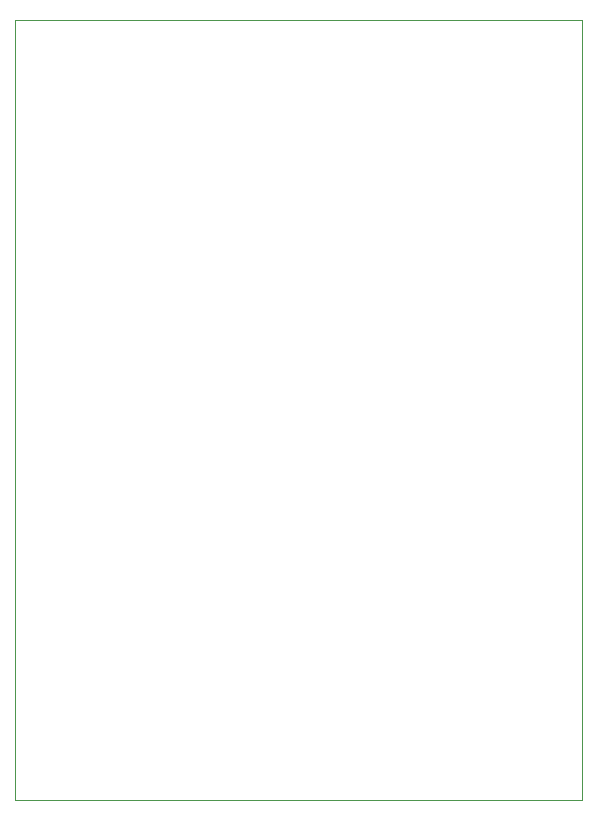
<source format=gbr>
%TF.GenerationSoftware,KiCad,Pcbnew,(6.0.11)*%
%TF.CreationDate,2024-12-29T21:24:03+02:00*%
%TF.ProjectId,LEDdice,4c454464-6963-4652-9e6b-696361645f70,rev?*%
%TF.SameCoordinates,Original*%
%TF.FileFunction,Profile,NP*%
%FSLAX46Y46*%
G04 Gerber Fmt 4.6, Leading zero omitted, Abs format (unit mm)*
G04 Created by KiCad (PCBNEW (6.0.11)) date 2024-12-29 21:24:03*
%MOMM*%
%LPD*%
G01*
G04 APERTURE LIST*
%TA.AperFunction,Profile*%
%ADD10C,0.100000*%
%TD*%
G04 APERTURE END LIST*
D10*
X160000000Y-117000000D02*
X160000000Y-51000000D01*
X208000000Y-51000000D02*
X208000000Y-117000000D01*
X160000000Y-51000000D02*
X208000000Y-51000000D01*
X208000000Y-117000000D02*
X160000000Y-117000000D01*
M02*

</source>
